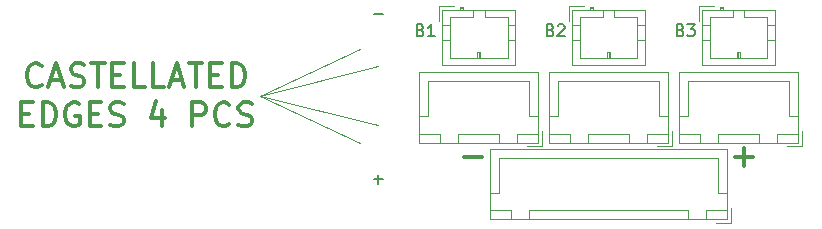
<source format=gto>
G04 #@! TF.GenerationSoftware,KiCad,Pcbnew,(5.1.5)-3*
G04 #@! TF.CreationDate,2020-09-06T00:36:18+02:00*
G04 #@! TF.ProjectId,2S_serial_charging_board,32535f73-6572-4696-916c-5f6368617267,1*
G04 #@! TF.SameCoordinates,Original*
G04 #@! TF.FileFunction,Legend,Top*
G04 #@! TF.FilePolarity,Positive*
%FSLAX46Y46*%
G04 Gerber Fmt 4.6, Leading zero omitted, Abs format (unit mm)*
G04 Created by KiCad (PCBNEW (5.1.5)-3) date 2020-09-06 00:36:18*
%MOMM*%
%LPD*%
G04 APERTURE LIST*
%ADD10C,0.120000*%
%ADD11C,0.300000*%
%ADD12C,0.150000*%
G04 APERTURE END LIST*
D10*
X83500000Y-109000000D02*
X92000000Y-113000000D01*
X93500000Y-111500000D02*
X83500000Y-109000000D01*
X83500000Y-109000000D02*
X93500000Y-106500000D01*
X83500000Y-109000000D02*
X92000000Y-105000000D01*
D11*
X65000000Y-108064285D02*
X64904761Y-108159523D01*
X64619047Y-108254761D01*
X64428571Y-108254761D01*
X64142857Y-108159523D01*
X63952380Y-107969047D01*
X63857142Y-107778571D01*
X63761904Y-107397619D01*
X63761904Y-107111904D01*
X63857142Y-106730952D01*
X63952380Y-106540476D01*
X64142857Y-106350000D01*
X64428571Y-106254761D01*
X64619047Y-106254761D01*
X64904761Y-106350000D01*
X65000000Y-106445238D01*
X65761904Y-107683333D02*
X66714285Y-107683333D01*
X65571428Y-108254761D02*
X66238095Y-106254761D01*
X66904761Y-108254761D01*
X67476190Y-108159523D02*
X67761904Y-108254761D01*
X68238095Y-108254761D01*
X68428571Y-108159523D01*
X68523809Y-108064285D01*
X68619047Y-107873809D01*
X68619047Y-107683333D01*
X68523809Y-107492857D01*
X68428571Y-107397619D01*
X68238095Y-107302380D01*
X67857142Y-107207142D01*
X67666666Y-107111904D01*
X67571428Y-107016666D01*
X67476190Y-106826190D01*
X67476190Y-106635714D01*
X67571428Y-106445238D01*
X67666666Y-106350000D01*
X67857142Y-106254761D01*
X68333333Y-106254761D01*
X68619047Y-106350000D01*
X69190476Y-106254761D02*
X70333333Y-106254761D01*
X69761904Y-108254761D02*
X69761904Y-106254761D01*
X71000000Y-107207142D02*
X71666666Y-107207142D01*
X71952380Y-108254761D02*
X71000000Y-108254761D01*
X71000000Y-106254761D01*
X71952380Y-106254761D01*
X73761904Y-108254761D02*
X72809523Y-108254761D01*
X72809523Y-106254761D01*
X75380952Y-108254761D02*
X74428571Y-108254761D01*
X74428571Y-106254761D01*
X75952380Y-107683333D02*
X76904761Y-107683333D01*
X75761904Y-108254761D02*
X76428571Y-106254761D01*
X77095238Y-108254761D01*
X77476190Y-106254761D02*
X78619047Y-106254761D01*
X78047619Y-108254761D02*
X78047619Y-106254761D01*
X79285714Y-107207142D02*
X79952380Y-107207142D01*
X80238095Y-108254761D02*
X79285714Y-108254761D01*
X79285714Y-106254761D01*
X80238095Y-106254761D01*
X81095238Y-108254761D02*
X81095238Y-106254761D01*
X81571428Y-106254761D01*
X81857142Y-106350000D01*
X82047619Y-106540476D01*
X82142857Y-106730952D01*
X82238095Y-107111904D01*
X82238095Y-107397619D01*
X82142857Y-107778571D01*
X82047619Y-107969047D01*
X81857142Y-108159523D01*
X81571428Y-108254761D01*
X81095238Y-108254761D01*
X63285714Y-110507142D02*
X63952380Y-110507142D01*
X64238095Y-111554761D02*
X63285714Y-111554761D01*
X63285714Y-109554761D01*
X64238095Y-109554761D01*
X65095238Y-111554761D02*
X65095238Y-109554761D01*
X65571428Y-109554761D01*
X65857142Y-109650000D01*
X66047619Y-109840476D01*
X66142857Y-110030952D01*
X66238095Y-110411904D01*
X66238095Y-110697619D01*
X66142857Y-111078571D01*
X66047619Y-111269047D01*
X65857142Y-111459523D01*
X65571428Y-111554761D01*
X65095238Y-111554761D01*
X68142857Y-109650000D02*
X67952380Y-109554761D01*
X67666666Y-109554761D01*
X67380952Y-109650000D01*
X67190476Y-109840476D01*
X67095238Y-110030952D01*
X66999999Y-110411904D01*
X66999999Y-110697619D01*
X67095238Y-111078571D01*
X67190476Y-111269047D01*
X67380952Y-111459523D01*
X67666666Y-111554761D01*
X67857142Y-111554761D01*
X68142857Y-111459523D01*
X68238095Y-111364285D01*
X68238095Y-110697619D01*
X67857142Y-110697619D01*
X69095238Y-110507142D02*
X69761904Y-110507142D01*
X70047619Y-111554761D02*
X69095238Y-111554761D01*
X69095238Y-109554761D01*
X70047619Y-109554761D01*
X70809523Y-111459523D02*
X71095238Y-111554761D01*
X71571428Y-111554761D01*
X71761904Y-111459523D01*
X71857142Y-111364285D01*
X71952380Y-111173809D01*
X71952380Y-110983333D01*
X71857142Y-110792857D01*
X71761904Y-110697619D01*
X71571428Y-110602380D01*
X71190476Y-110507142D01*
X71000000Y-110411904D01*
X70904761Y-110316666D01*
X70809523Y-110126190D01*
X70809523Y-109935714D01*
X70904761Y-109745238D01*
X71000000Y-109650000D01*
X71190476Y-109554761D01*
X71666666Y-109554761D01*
X71952380Y-109650000D01*
X75190476Y-110221428D02*
X75190476Y-111554761D01*
X74714285Y-109459523D02*
X74238095Y-110888095D01*
X75476190Y-110888095D01*
X77761904Y-111554761D02*
X77761904Y-109554761D01*
X78523809Y-109554761D01*
X78714285Y-109650000D01*
X78809523Y-109745238D01*
X78904761Y-109935714D01*
X78904761Y-110221428D01*
X78809523Y-110411904D01*
X78714285Y-110507142D01*
X78523809Y-110602380D01*
X77761904Y-110602380D01*
X80904761Y-111364285D02*
X80809523Y-111459523D01*
X80523809Y-111554761D01*
X80333333Y-111554761D01*
X80047619Y-111459523D01*
X79857142Y-111269047D01*
X79761904Y-111078571D01*
X79666666Y-110697619D01*
X79666666Y-110411904D01*
X79761904Y-110030952D01*
X79857142Y-109840476D01*
X80047619Y-109650000D01*
X80333333Y-109554761D01*
X80523809Y-109554761D01*
X80809523Y-109650000D01*
X80904761Y-109745238D01*
X81666666Y-111459523D02*
X81952380Y-111554761D01*
X82428571Y-111554761D01*
X82619047Y-111459523D01*
X82714285Y-111364285D01*
X82809523Y-111173809D01*
X82809523Y-110983333D01*
X82714285Y-110792857D01*
X82619047Y-110697619D01*
X82428571Y-110602380D01*
X82047619Y-110507142D01*
X81857142Y-110411904D01*
X81761904Y-110316666D01*
X81666666Y-110126190D01*
X81666666Y-109935714D01*
X81761904Y-109745238D01*
X81857142Y-109650000D01*
X82047619Y-109554761D01*
X82523809Y-109554761D01*
X82809523Y-109650000D01*
X123738095Y-114142857D02*
X125261904Y-114142857D01*
X124500000Y-114904761D02*
X124500000Y-113380952D01*
X100738095Y-114142857D02*
X102261904Y-114142857D01*
D12*
X93119047Y-116071428D02*
X93880952Y-116071428D01*
X93500000Y-116452380D02*
X93500000Y-115690476D01*
X93119047Y-102071428D02*
X93880952Y-102071428D01*
X97095238Y-103428571D02*
X97238095Y-103476190D01*
X97285714Y-103523809D01*
X97333333Y-103619047D01*
X97333333Y-103761904D01*
X97285714Y-103857142D01*
X97238095Y-103904761D01*
X97142857Y-103952380D01*
X96761904Y-103952380D01*
X96761904Y-102952380D01*
X97095238Y-102952380D01*
X97190476Y-103000000D01*
X97238095Y-103047619D01*
X97285714Y-103142857D01*
X97285714Y-103238095D01*
X97238095Y-103333333D01*
X97190476Y-103380952D01*
X97095238Y-103428571D01*
X96761904Y-103428571D01*
X98285714Y-103952380D02*
X97714285Y-103952380D01*
X98000000Y-103952380D02*
X98000000Y-102952380D01*
X97904761Y-103095238D01*
X97809523Y-103190476D01*
X97714285Y-103238095D01*
X108095238Y-103428571D02*
X108238095Y-103476190D01*
X108285714Y-103523809D01*
X108333333Y-103619047D01*
X108333333Y-103761904D01*
X108285714Y-103857142D01*
X108238095Y-103904761D01*
X108142857Y-103952380D01*
X107761904Y-103952380D01*
X107761904Y-102952380D01*
X108095238Y-102952380D01*
X108190476Y-103000000D01*
X108238095Y-103047619D01*
X108285714Y-103142857D01*
X108285714Y-103238095D01*
X108238095Y-103333333D01*
X108190476Y-103380952D01*
X108095238Y-103428571D01*
X107761904Y-103428571D01*
X108714285Y-103047619D02*
X108761904Y-103000000D01*
X108857142Y-102952380D01*
X109095238Y-102952380D01*
X109190476Y-103000000D01*
X109238095Y-103047619D01*
X109285714Y-103142857D01*
X109285714Y-103238095D01*
X109238095Y-103380952D01*
X108666666Y-103952380D01*
X109285714Y-103952380D01*
X119095238Y-103428571D02*
X119238095Y-103476190D01*
X119285714Y-103523809D01*
X119333333Y-103619047D01*
X119333333Y-103761904D01*
X119285714Y-103857142D01*
X119238095Y-103904761D01*
X119142857Y-103952380D01*
X118761904Y-103952380D01*
X118761904Y-102952380D01*
X119095238Y-102952380D01*
X119190476Y-103000000D01*
X119238095Y-103047619D01*
X119285714Y-103142857D01*
X119285714Y-103238095D01*
X119238095Y-103333333D01*
X119190476Y-103380952D01*
X119095238Y-103428571D01*
X118761904Y-103428571D01*
X119666666Y-102952380D02*
X120285714Y-102952380D01*
X119952380Y-103333333D01*
X120095238Y-103333333D01*
X120190476Y-103380952D01*
X120238095Y-103428571D01*
X120285714Y-103523809D01*
X120285714Y-103761904D01*
X120238095Y-103857142D01*
X120190476Y-103904761D01*
X120095238Y-103952380D01*
X119809523Y-103952380D01*
X119714285Y-103904761D01*
X119666666Y-103857142D01*
D10*
X120640000Y-101390000D02*
X120640000Y-102640000D01*
X121890000Y-101390000D02*
X120640000Y-101390000D01*
X124000000Y-105800000D02*
X124000000Y-105300000D01*
X124100000Y-105300000D02*
X124100000Y-105800000D01*
X123900000Y-105300000D02*
X124100000Y-105300000D01*
X123900000Y-105800000D02*
X123900000Y-105300000D01*
X127060000Y-104300000D02*
X126450000Y-104300000D01*
X127060000Y-103000000D02*
X126450000Y-103000000D01*
X120940000Y-104300000D02*
X121550000Y-104300000D01*
X120940000Y-103000000D02*
X121550000Y-103000000D01*
X124500000Y-102300000D02*
X124500000Y-101690000D01*
X126450000Y-102300000D02*
X124500000Y-102300000D01*
X126450000Y-105800000D02*
X126450000Y-102300000D01*
X121550000Y-105800000D02*
X126450000Y-105800000D01*
X121550000Y-102300000D02*
X121550000Y-105800000D01*
X123500000Y-102300000D02*
X121550000Y-102300000D01*
X123500000Y-101690000D02*
X123500000Y-102300000D01*
X122700000Y-101590000D02*
X122400000Y-101590000D01*
X122400000Y-101490000D02*
X122400000Y-101690000D01*
X122700000Y-101490000D02*
X122400000Y-101490000D01*
X122700000Y-101690000D02*
X122700000Y-101490000D01*
X127060000Y-101690000D02*
X120940000Y-101690000D01*
X127060000Y-106410000D02*
X127060000Y-101690000D01*
X120940000Y-106410000D02*
X127060000Y-106410000D01*
X120940000Y-101690000D02*
X120940000Y-106410000D01*
X109640000Y-101390000D02*
X109640000Y-102640000D01*
X110890000Y-101390000D02*
X109640000Y-101390000D01*
X113000000Y-105800000D02*
X113000000Y-105300000D01*
X113100000Y-105300000D02*
X113100000Y-105800000D01*
X112900000Y-105300000D02*
X113100000Y-105300000D01*
X112900000Y-105800000D02*
X112900000Y-105300000D01*
X116060000Y-104300000D02*
X115450000Y-104300000D01*
X116060000Y-103000000D02*
X115450000Y-103000000D01*
X109940000Y-104300000D02*
X110550000Y-104300000D01*
X109940000Y-103000000D02*
X110550000Y-103000000D01*
X113500000Y-102300000D02*
X113500000Y-101690000D01*
X115450000Y-102300000D02*
X113500000Y-102300000D01*
X115450000Y-105800000D02*
X115450000Y-102300000D01*
X110550000Y-105800000D02*
X115450000Y-105800000D01*
X110550000Y-102300000D02*
X110550000Y-105800000D01*
X112500000Y-102300000D02*
X110550000Y-102300000D01*
X112500000Y-101690000D02*
X112500000Y-102300000D01*
X111700000Y-101590000D02*
X111400000Y-101590000D01*
X111400000Y-101490000D02*
X111400000Y-101690000D01*
X111700000Y-101490000D02*
X111400000Y-101490000D01*
X111700000Y-101690000D02*
X111700000Y-101490000D01*
X116060000Y-101690000D02*
X109940000Y-101690000D01*
X116060000Y-106410000D02*
X116060000Y-101690000D01*
X109940000Y-106410000D02*
X116060000Y-106410000D01*
X109940000Y-101690000D02*
X109940000Y-106410000D01*
X98640000Y-101390000D02*
X98640000Y-102640000D01*
X99890000Y-101390000D02*
X98640000Y-101390000D01*
X102000000Y-105800000D02*
X102000000Y-105300000D01*
X102100000Y-105300000D02*
X102100000Y-105800000D01*
X101900000Y-105300000D02*
X102100000Y-105300000D01*
X101900000Y-105800000D02*
X101900000Y-105300000D01*
X105060000Y-104300000D02*
X104450000Y-104300000D01*
X105060000Y-103000000D02*
X104450000Y-103000000D01*
X98940000Y-104300000D02*
X99550000Y-104300000D01*
X98940000Y-103000000D02*
X99550000Y-103000000D01*
X102500000Y-102300000D02*
X102500000Y-101690000D01*
X104450000Y-102300000D02*
X102500000Y-102300000D01*
X104450000Y-105800000D02*
X104450000Y-102300000D01*
X99550000Y-105800000D02*
X104450000Y-105800000D01*
X99550000Y-102300000D02*
X99550000Y-105800000D01*
X101500000Y-102300000D02*
X99550000Y-102300000D01*
X101500000Y-101690000D02*
X101500000Y-102300000D01*
X100700000Y-101590000D02*
X100400000Y-101590000D01*
X100400000Y-101490000D02*
X100400000Y-101690000D01*
X100700000Y-101490000D02*
X100400000Y-101490000D01*
X100700000Y-101690000D02*
X100700000Y-101490000D01*
X105060000Y-101690000D02*
X98940000Y-101690000D01*
X105060000Y-106410000D02*
X105060000Y-101690000D01*
X98940000Y-106410000D02*
X105060000Y-106410000D01*
X98940000Y-101690000D02*
X98940000Y-106410000D01*
X123350000Y-119750000D02*
X123350000Y-118500000D01*
X122100000Y-119750000D02*
X123350000Y-119750000D01*
X103700000Y-114250000D02*
X113000000Y-114250000D01*
X103700000Y-117200000D02*
X103700000Y-114250000D01*
X102950000Y-117200000D02*
X103700000Y-117200000D01*
X122300000Y-114250000D02*
X113000000Y-114250000D01*
X122300000Y-117200000D02*
X122300000Y-114250000D01*
X123050000Y-117200000D02*
X122300000Y-117200000D01*
X102950000Y-119450000D02*
X104750000Y-119450000D01*
X102950000Y-118700000D02*
X102950000Y-119450000D01*
X104750000Y-118700000D02*
X102950000Y-118700000D01*
X104750000Y-119450000D02*
X104750000Y-118700000D01*
X121250000Y-119450000D02*
X123050000Y-119450000D01*
X121250000Y-118700000D02*
X121250000Y-119450000D01*
X123050000Y-118700000D02*
X121250000Y-118700000D01*
X123050000Y-119450000D02*
X123050000Y-118700000D01*
X106250000Y-119450000D02*
X119750000Y-119450000D01*
X106250000Y-118700000D02*
X106250000Y-119450000D01*
X119750000Y-118700000D02*
X106250000Y-118700000D01*
X119750000Y-119450000D02*
X119750000Y-118700000D01*
X102940000Y-119460000D02*
X123060000Y-119460000D01*
X102940000Y-113490000D02*
X102940000Y-119460000D01*
X123060000Y-113490000D02*
X102940000Y-113490000D01*
X123060000Y-119460000D02*
X123060000Y-113490000D01*
X107350000Y-113250000D02*
X107350000Y-112000000D01*
X106100000Y-113250000D02*
X107350000Y-113250000D01*
X97700000Y-107750000D02*
X102000000Y-107750000D01*
X97700000Y-110700000D02*
X97700000Y-107750000D01*
X96950000Y-110700000D02*
X97700000Y-110700000D01*
X106300000Y-107750000D02*
X102000000Y-107750000D01*
X106300000Y-110700000D02*
X106300000Y-107750000D01*
X107050000Y-110700000D02*
X106300000Y-110700000D01*
X96950000Y-112950000D02*
X98750000Y-112950000D01*
X96950000Y-112200000D02*
X96950000Y-112950000D01*
X98750000Y-112200000D02*
X96950000Y-112200000D01*
X98750000Y-112950000D02*
X98750000Y-112200000D01*
X105250000Y-112950000D02*
X107050000Y-112950000D01*
X105250000Y-112200000D02*
X105250000Y-112950000D01*
X107050000Y-112200000D02*
X105250000Y-112200000D01*
X107050000Y-112950000D02*
X107050000Y-112200000D01*
X100250000Y-112950000D02*
X103750000Y-112950000D01*
X100250000Y-112200000D02*
X100250000Y-112950000D01*
X103750000Y-112200000D02*
X100250000Y-112200000D01*
X103750000Y-112950000D02*
X103750000Y-112200000D01*
X96940000Y-112960000D02*
X107060000Y-112960000D01*
X96940000Y-106990000D02*
X96940000Y-112960000D01*
X107060000Y-106990000D02*
X96940000Y-106990000D01*
X107060000Y-112960000D02*
X107060000Y-106990000D01*
X118350000Y-113250000D02*
X118350000Y-112000000D01*
X117100000Y-113250000D02*
X118350000Y-113250000D01*
X108700000Y-107750000D02*
X113000000Y-107750000D01*
X108700000Y-110700000D02*
X108700000Y-107750000D01*
X107950000Y-110700000D02*
X108700000Y-110700000D01*
X117300000Y-107750000D02*
X113000000Y-107750000D01*
X117300000Y-110700000D02*
X117300000Y-107750000D01*
X118050000Y-110700000D02*
X117300000Y-110700000D01*
X107950000Y-112950000D02*
X109750000Y-112950000D01*
X107950000Y-112200000D02*
X107950000Y-112950000D01*
X109750000Y-112200000D02*
X107950000Y-112200000D01*
X109750000Y-112950000D02*
X109750000Y-112200000D01*
X116250000Y-112950000D02*
X118050000Y-112950000D01*
X116250000Y-112200000D02*
X116250000Y-112950000D01*
X118050000Y-112200000D02*
X116250000Y-112200000D01*
X118050000Y-112950000D02*
X118050000Y-112200000D01*
X111250000Y-112950000D02*
X114750000Y-112950000D01*
X111250000Y-112200000D02*
X111250000Y-112950000D01*
X114750000Y-112200000D02*
X111250000Y-112200000D01*
X114750000Y-112950000D02*
X114750000Y-112200000D01*
X107940000Y-112960000D02*
X118060000Y-112960000D01*
X107940000Y-106990000D02*
X107940000Y-112960000D01*
X118060000Y-106990000D02*
X107940000Y-106990000D01*
X118060000Y-112960000D02*
X118060000Y-106990000D01*
X129350000Y-113250000D02*
X129350000Y-112000000D01*
X128100000Y-113250000D02*
X129350000Y-113250000D01*
X119700000Y-107750000D02*
X124000000Y-107750000D01*
X119700000Y-110700000D02*
X119700000Y-107750000D01*
X118950000Y-110700000D02*
X119700000Y-110700000D01*
X128300000Y-107750000D02*
X124000000Y-107750000D01*
X128300000Y-110700000D02*
X128300000Y-107750000D01*
X129050000Y-110700000D02*
X128300000Y-110700000D01*
X118950000Y-112950000D02*
X120750000Y-112950000D01*
X118950000Y-112200000D02*
X118950000Y-112950000D01*
X120750000Y-112200000D02*
X118950000Y-112200000D01*
X120750000Y-112950000D02*
X120750000Y-112200000D01*
X127250000Y-112950000D02*
X129050000Y-112950000D01*
X127250000Y-112200000D02*
X127250000Y-112950000D01*
X129050000Y-112200000D02*
X127250000Y-112200000D01*
X129050000Y-112950000D02*
X129050000Y-112200000D01*
X122250000Y-112950000D02*
X125750000Y-112950000D01*
X122250000Y-112200000D02*
X122250000Y-112950000D01*
X125750000Y-112200000D02*
X122250000Y-112200000D01*
X125750000Y-112950000D02*
X125750000Y-112200000D01*
X118940000Y-112960000D02*
X129060000Y-112960000D01*
X118940000Y-106990000D02*
X118940000Y-112960000D01*
X129060000Y-106990000D02*
X118940000Y-106990000D01*
X129060000Y-112960000D02*
X129060000Y-106990000D01*
M02*

</source>
